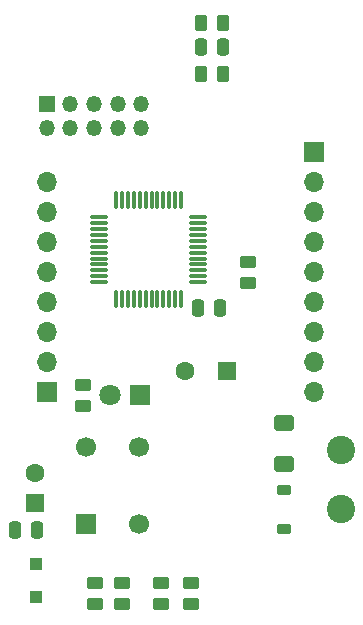
<source format=gbr>
%TF.GenerationSoftware,KiCad,Pcbnew,8.0.1*%
%TF.CreationDate,2024-04-26T00:23:44+02:00*%
%TF.ProjectId,controller_lpc1115_2MU_v1.04,636f6e74-726f-46c6-9c65-725f6c706331,rev?*%
%TF.SameCoordinates,Original*%
%TF.FileFunction,Soldermask,Bot*%
%TF.FilePolarity,Negative*%
%FSLAX46Y46*%
G04 Gerber Fmt 4.6, Leading zero omitted, Abs format (unit mm)*
G04 Created by KiCad (PCBNEW 8.0.1) date 2024-04-26 00:23:44*
%MOMM*%
%LPD*%
G01*
G04 APERTURE LIST*
G04 Aperture macros list*
%AMRoundRect*
0 Rectangle with rounded corners*
0 $1 Rounding radius*
0 $2 $3 $4 $5 $6 $7 $8 $9 X,Y pos of 4 corners*
0 Add a 4 corners polygon primitive as box body*
4,1,4,$2,$3,$4,$5,$6,$7,$8,$9,$2,$3,0*
0 Add four circle primitives for the rounded corners*
1,1,$1+$1,$2,$3*
1,1,$1+$1,$4,$5*
1,1,$1+$1,$6,$7*
1,1,$1+$1,$8,$9*
0 Add four rect primitives between the rounded corners*
20,1,$1+$1,$2,$3,$4,$5,0*
20,1,$1+$1,$4,$5,$6,$7,0*
20,1,$1+$1,$6,$7,$8,$9,0*
20,1,$1+$1,$8,$9,$2,$3,0*%
G04 Aperture macros list end*
%ADD10R,1.700000X1.700000*%
%ADD11O,1.700000X1.700000*%
%ADD12C,1.700000*%
%ADD13R,1.350000X1.350000*%
%ADD14O,1.350000X1.350000*%
%ADD15R,1.600000X1.600000*%
%ADD16C,1.600000*%
%ADD17C,2.400000*%
%ADD18R,1.800000X1.800000*%
%ADD19C,1.800000*%
%ADD20RoundRect,0.250000X0.450000X-0.262500X0.450000X0.262500X-0.450000X0.262500X-0.450000X-0.262500X0*%
%ADD21RoundRect,0.250000X-0.250000X-0.475000X0.250000X-0.475000X0.250000X0.475000X-0.250000X0.475000X0*%
%ADD22RoundRect,0.250000X-0.450000X0.262500X-0.450000X-0.262500X0.450000X-0.262500X0.450000X0.262500X0*%
%ADD23RoundRect,0.250000X0.600000X-0.400000X0.600000X0.400000X-0.600000X0.400000X-0.600000X-0.400000X0*%
%ADD24RoundRect,0.250000X-0.262500X-0.450000X0.262500X-0.450000X0.262500X0.450000X-0.262500X0.450000X0*%
%ADD25RoundRect,0.075000X0.662500X0.075000X-0.662500X0.075000X-0.662500X-0.075000X0.662500X-0.075000X0*%
%ADD26RoundRect,0.075000X0.075000X0.662500X-0.075000X0.662500X-0.075000X-0.662500X0.075000X-0.662500X0*%
%ADD27RoundRect,0.225000X-0.375000X0.225000X-0.375000X-0.225000X0.375000X-0.225000X0.375000X0.225000X0*%
%ADD28RoundRect,0.250000X0.300000X-0.300000X0.300000X0.300000X-0.300000X0.300000X-0.300000X-0.300000X0*%
G04 APERTURE END LIST*
D10*
%TO.C,J2*%
X136906000Y-114300000D03*
D11*
X136906000Y-111760000D03*
X136906000Y-109220000D03*
X136906000Y-106680000D03*
X136906000Y-104140000D03*
X136906000Y-101600000D03*
X136906000Y-99060000D03*
X136906000Y-96520000D03*
%TD*%
D10*
%TO.C,SW1*%
X140244000Y-125424000D03*
D12*
X140244000Y-118924000D03*
X144744000Y-125424000D03*
X144744000Y-118924000D03*
%TD*%
D13*
%TO.C,J3*%
X136906000Y-89916000D03*
D14*
X136906000Y-91916000D03*
X138906000Y-89916000D03*
X138906000Y-91916000D03*
X140906000Y-89916000D03*
X140906000Y-91916000D03*
X142906000Y-89916000D03*
X142906000Y-91916000D03*
X144906000Y-89916000D03*
X144906000Y-91916000D03*
%TD*%
D15*
%TO.C,C5*%
X152146000Y-112522000D03*
D16*
X148646000Y-112522000D03*
%TD*%
D17*
%TO.C,L2*%
X161798000Y-119166000D03*
X161798000Y-124166000D03*
%TD*%
D15*
%TO.C,C3*%
X135890000Y-123633113D03*
D16*
X135890000Y-121133113D03*
%TD*%
D18*
%TO.C,D4*%
X144785000Y-114554000D03*
D19*
X142245000Y-114554000D03*
%TD*%
D10*
%TO.C,J1*%
X159512000Y-93990000D03*
D11*
X159512000Y-96530000D03*
X159512000Y-99070000D03*
X159512000Y-101610000D03*
X159512000Y-104150000D03*
X159512000Y-106690000D03*
X159512000Y-109230000D03*
X159512000Y-111770000D03*
X159512000Y-114310000D03*
%TD*%
D20*
%TO.C,R20*%
X146558000Y-132230500D03*
X146558000Y-130405500D03*
%TD*%
D21*
%TO.C,C4*%
X149672000Y-107188000D03*
X151572000Y-107188000D03*
%TD*%
D22*
%TO.C,R19*%
X149098000Y-130405500D03*
X149098000Y-132230500D03*
%TD*%
D23*
%TO.C,D10*%
X156972000Y-120368000D03*
X156972000Y-116868000D03*
%TD*%
D21*
%TO.C,C15*%
X134178000Y-125984000D03*
X136078000Y-125984000D03*
%TD*%
D20*
%TO.C,R14*%
X139954000Y-115466500D03*
X139954000Y-113641500D03*
%TD*%
%TO.C,R2*%
X140970000Y-132230500D03*
X140970000Y-130405500D03*
%TD*%
D22*
%TO.C,R15*%
X153924000Y-103227500D03*
X153924000Y-105052500D03*
%TD*%
D24*
%TO.C,R18*%
X149963500Y-83058000D03*
X151788500Y-83058000D03*
%TD*%
D22*
%TO.C,R1*%
X143256000Y-130405500D03*
X143256000Y-132230500D03*
%TD*%
D25*
%TO.C,IC1*%
X149684550Y-99474050D03*
X149684550Y-99974050D03*
X149684550Y-100474050D03*
X149684550Y-100974050D03*
X149684550Y-101474050D03*
X149684550Y-101974050D03*
X149684550Y-102474050D03*
X149684550Y-102974050D03*
X149684550Y-103474050D03*
X149684550Y-103974050D03*
X149684550Y-104474050D03*
X149684550Y-104974050D03*
D26*
X148272050Y-106386550D03*
X147772050Y-106386550D03*
X147272050Y-106386550D03*
X146772050Y-106386550D03*
X146272050Y-106386550D03*
X145772050Y-106386550D03*
X145272050Y-106386550D03*
X144772050Y-106386550D03*
X144272050Y-106386550D03*
X143772050Y-106386550D03*
X143272050Y-106386550D03*
X142772050Y-106386550D03*
D25*
X141359550Y-104974050D03*
X141359550Y-104474050D03*
X141359550Y-103974050D03*
X141359550Y-103474050D03*
X141359550Y-102974050D03*
X141359550Y-102474050D03*
X141359550Y-101974050D03*
X141359550Y-101474050D03*
X141359550Y-100974050D03*
X141359550Y-100474050D03*
X141359550Y-99974050D03*
X141359550Y-99474050D03*
D26*
X142772050Y-98061550D03*
X143272050Y-98061550D03*
X143772050Y-98061550D03*
X144272050Y-98061550D03*
X144772050Y-98061550D03*
X145272050Y-98061550D03*
X145772050Y-98061550D03*
X146272050Y-98061550D03*
X146772050Y-98061550D03*
X147272050Y-98061550D03*
X147772050Y-98061550D03*
X148272050Y-98061550D03*
%TD*%
D27*
%TO.C,D6*%
X156972000Y-122556000D03*
X156972000Y-125856000D03*
%TD*%
D28*
%TO.C,D5*%
X135991600Y-131651200D03*
X135991600Y-128851200D03*
%TD*%
D21*
%TO.C,C10*%
X149926000Y-85090000D03*
X151826000Y-85090000D03*
%TD*%
D24*
%TO.C,R5*%
X149963500Y-87376000D03*
X151788500Y-87376000D03*
%TD*%
M02*

</source>
